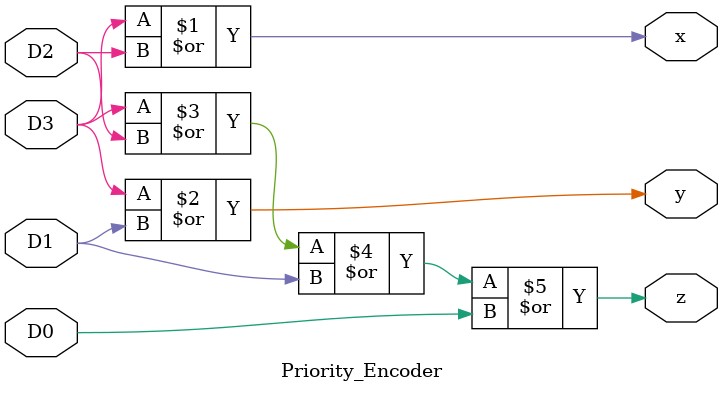
<source format=v>
`timescale 1ns / 1ps
module Priority_Encoder(
    input D0,D1,D2,D3,
    output x,y,z
    );

assign x=D3|D2;
assign y=D3|D1;
assign z=D3|D2|D1|D0;
//reg D0=0,D1=0,D2=0,D3=0;
//assign d0=D0, d1=D1, d2=D2, d3=D3; 
//if (D0&D1&D2&D3==0)
//	assign z=0, x=1'bx, y=1'bx;
//	else 
//	begin
//		assign z=1;
//		if (D3|D2==1)
//			assign x=1;
//		else 
//			assign x=0;
//		if (D3|D1==1)
//			assign y=1;
//		else 
//			assign y=0;	
//	end

endmodule

</source>
